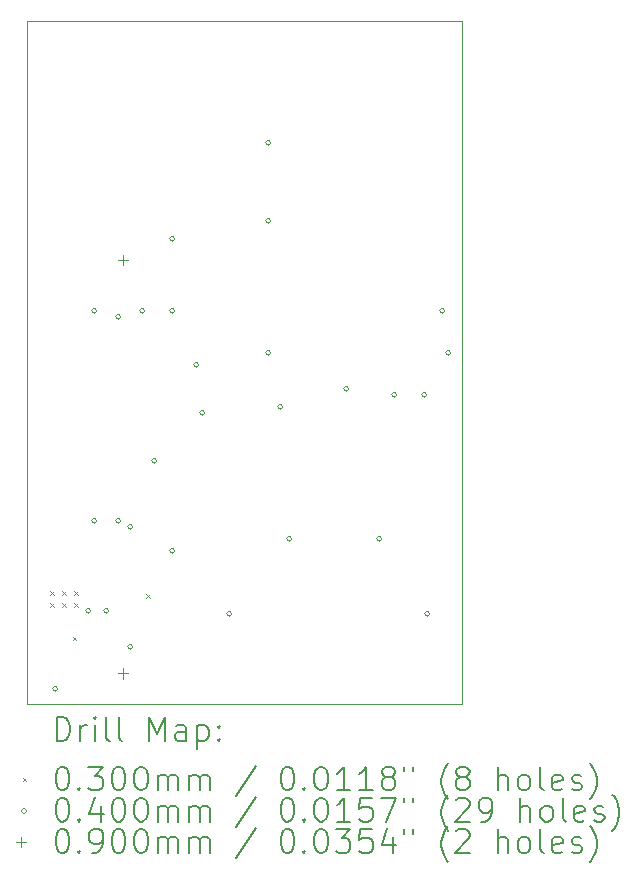
<source format=gbr>
%FSLAX45Y45*%
G04 Gerber Fmt 4.5, Leading zero omitted, Abs format (unit mm)*
G04 Created by KiCad (PCBNEW 6.0.0-d3dd2cf0fa~116~ubuntu20.04.1) date 2022-01-26 23:04:27*
%MOMM*%
%LPD*%
G01*
G04 APERTURE LIST*
%TA.AperFunction,Profile*%
%ADD10C,0.050000*%
%TD*%
%ADD11C,0.200000*%
%ADD12C,0.030000*%
%ADD13C,0.040000*%
%ADD14C,0.090000*%
G04 APERTURE END LIST*
D10*
X11112500Y-9334500D02*
X14795500Y-9334500D01*
X14795500Y-9334500D02*
X14795500Y-15113000D01*
X14795500Y-15113000D02*
X11112500Y-15113000D01*
X11112500Y-15113000D02*
X11112500Y-9334500D01*
D11*
D12*
X11313400Y-14158200D02*
X11343400Y-14188200D01*
X11343400Y-14158200D02*
X11313400Y-14188200D01*
X11313400Y-14259800D02*
X11343400Y-14289800D01*
X11343400Y-14259800D02*
X11313400Y-14289800D01*
X11415000Y-14158200D02*
X11445000Y-14188200D01*
X11445000Y-14158200D02*
X11415000Y-14188200D01*
X11415000Y-14259800D02*
X11445000Y-14289800D01*
X11445000Y-14259800D02*
X11415000Y-14289800D01*
X11503900Y-14544280D02*
X11533900Y-14574280D01*
X11533900Y-14544280D02*
X11503900Y-14574280D01*
X11516600Y-14158200D02*
X11546600Y-14188200D01*
X11546600Y-14158200D02*
X11516600Y-14188200D01*
X11516600Y-14259800D02*
X11546600Y-14289800D01*
X11546600Y-14259800D02*
X11516600Y-14289800D01*
X12126200Y-14183600D02*
X12156200Y-14213600D01*
X12156200Y-14183600D02*
X12126200Y-14213600D01*
D13*
X11373800Y-14986000D02*
G75*
G03*
X11373800Y-14986000I-20000J0D01*
G01*
X11653200Y-14325600D02*
G75*
G03*
X11653200Y-14325600I-20000J0D01*
G01*
X11704000Y-11785600D02*
G75*
G03*
X11704000Y-11785600I-20000J0D01*
G01*
X11704000Y-13563600D02*
G75*
G03*
X11704000Y-13563600I-20000J0D01*
G01*
X11805600Y-14325600D02*
G75*
G03*
X11805600Y-14325600I-20000J0D01*
G01*
X11907200Y-11836400D02*
G75*
G03*
X11907200Y-11836400I-20000J0D01*
G01*
X11907200Y-13563600D02*
G75*
G03*
X11907200Y-13563600I-20000J0D01*
G01*
X12008800Y-13614400D02*
G75*
G03*
X12008800Y-13614400I-20000J0D01*
G01*
X12008800Y-14630400D02*
G75*
G03*
X12008800Y-14630400I-20000J0D01*
G01*
X12110400Y-11785600D02*
G75*
G03*
X12110400Y-11785600I-20000J0D01*
G01*
X12212000Y-13055600D02*
G75*
G03*
X12212000Y-13055600I-20000J0D01*
G01*
X12364400Y-11176000D02*
G75*
G03*
X12364400Y-11176000I-20000J0D01*
G01*
X12364400Y-11785600D02*
G75*
G03*
X12364400Y-11785600I-20000J0D01*
G01*
X12364400Y-13817600D02*
G75*
G03*
X12364400Y-13817600I-20000J0D01*
G01*
X12567600Y-12242800D02*
G75*
G03*
X12567600Y-12242800I-20000J0D01*
G01*
X12618400Y-12649200D02*
G75*
G03*
X12618400Y-12649200I-20000J0D01*
G01*
X12847000Y-14351000D02*
G75*
G03*
X12847000Y-14351000I-20000J0D01*
G01*
X13177200Y-10363200D02*
G75*
G03*
X13177200Y-10363200I-20000J0D01*
G01*
X13177200Y-11023600D02*
G75*
G03*
X13177200Y-11023600I-20000J0D01*
G01*
X13177200Y-12141200D02*
G75*
G03*
X13177200Y-12141200I-20000J0D01*
G01*
X13278800Y-12598400D02*
G75*
G03*
X13278800Y-12598400I-20000J0D01*
G01*
X13355000Y-13716000D02*
G75*
G03*
X13355000Y-13716000I-20000J0D01*
G01*
X13837600Y-12446000D02*
G75*
G03*
X13837600Y-12446000I-20000J0D01*
G01*
X14117000Y-13716000D02*
G75*
G03*
X14117000Y-13716000I-20000J0D01*
G01*
X14244000Y-12496800D02*
G75*
G03*
X14244000Y-12496800I-20000J0D01*
G01*
X14498000Y-12496800D02*
G75*
G03*
X14498000Y-12496800I-20000J0D01*
G01*
X14523400Y-14351000D02*
G75*
G03*
X14523400Y-14351000I-20000J0D01*
G01*
X14650400Y-11785600D02*
G75*
G03*
X14650400Y-11785600I-20000J0D01*
G01*
X14701200Y-12141200D02*
G75*
G03*
X14701200Y-12141200I-20000J0D01*
G01*
D14*
X11928000Y-11310000D02*
X11928000Y-11400000D01*
X11883000Y-11355000D02*
X11973000Y-11355000D01*
X11928000Y-14810000D02*
X11928000Y-14900000D01*
X11883000Y-14855000D02*
X11973000Y-14855000D01*
D11*
X11367619Y-15425976D02*
X11367619Y-15225976D01*
X11415238Y-15225976D01*
X11443809Y-15235500D01*
X11462857Y-15254548D01*
X11472381Y-15273595D01*
X11481905Y-15311690D01*
X11481905Y-15340262D01*
X11472381Y-15378357D01*
X11462857Y-15397405D01*
X11443809Y-15416452D01*
X11415238Y-15425976D01*
X11367619Y-15425976D01*
X11567619Y-15425976D02*
X11567619Y-15292643D01*
X11567619Y-15330738D02*
X11577143Y-15311690D01*
X11586667Y-15302167D01*
X11605714Y-15292643D01*
X11624762Y-15292643D01*
X11691428Y-15425976D02*
X11691428Y-15292643D01*
X11691428Y-15225976D02*
X11681905Y-15235500D01*
X11691428Y-15245024D01*
X11700952Y-15235500D01*
X11691428Y-15225976D01*
X11691428Y-15245024D01*
X11815238Y-15425976D02*
X11796190Y-15416452D01*
X11786667Y-15397405D01*
X11786667Y-15225976D01*
X11920000Y-15425976D02*
X11900952Y-15416452D01*
X11891428Y-15397405D01*
X11891428Y-15225976D01*
X12148571Y-15425976D02*
X12148571Y-15225976D01*
X12215238Y-15368833D01*
X12281905Y-15225976D01*
X12281905Y-15425976D01*
X12462857Y-15425976D02*
X12462857Y-15321214D01*
X12453333Y-15302167D01*
X12434286Y-15292643D01*
X12396190Y-15292643D01*
X12377143Y-15302167D01*
X12462857Y-15416452D02*
X12443809Y-15425976D01*
X12396190Y-15425976D01*
X12377143Y-15416452D01*
X12367619Y-15397405D01*
X12367619Y-15378357D01*
X12377143Y-15359309D01*
X12396190Y-15349786D01*
X12443809Y-15349786D01*
X12462857Y-15340262D01*
X12558095Y-15292643D02*
X12558095Y-15492643D01*
X12558095Y-15302167D02*
X12577143Y-15292643D01*
X12615238Y-15292643D01*
X12634286Y-15302167D01*
X12643809Y-15311690D01*
X12653333Y-15330738D01*
X12653333Y-15387881D01*
X12643809Y-15406928D01*
X12634286Y-15416452D01*
X12615238Y-15425976D01*
X12577143Y-15425976D01*
X12558095Y-15416452D01*
X12739048Y-15406928D02*
X12748571Y-15416452D01*
X12739048Y-15425976D01*
X12729524Y-15416452D01*
X12739048Y-15406928D01*
X12739048Y-15425976D01*
X12739048Y-15302167D02*
X12748571Y-15311690D01*
X12739048Y-15321214D01*
X12729524Y-15311690D01*
X12739048Y-15302167D01*
X12739048Y-15321214D01*
D12*
X11080000Y-15740500D02*
X11110000Y-15770500D01*
X11110000Y-15740500D02*
X11080000Y-15770500D01*
D11*
X11405714Y-15645976D02*
X11424762Y-15645976D01*
X11443809Y-15655500D01*
X11453333Y-15665024D01*
X11462857Y-15684071D01*
X11472381Y-15722167D01*
X11472381Y-15769786D01*
X11462857Y-15807881D01*
X11453333Y-15826928D01*
X11443809Y-15836452D01*
X11424762Y-15845976D01*
X11405714Y-15845976D01*
X11386667Y-15836452D01*
X11377143Y-15826928D01*
X11367619Y-15807881D01*
X11358095Y-15769786D01*
X11358095Y-15722167D01*
X11367619Y-15684071D01*
X11377143Y-15665024D01*
X11386667Y-15655500D01*
X11405714Y-15645976D01*
X11558095Y-15826928D02*
X11567619Y-15836452D01*
X11558095Y-15845976D01*
X11548571Y-15836452D01*
X11558095Y-15826928D01*
X11558095Y-15845976D01*
X11634286Y-15645976D02*
X11758095Y-15645976D01*
X11691428Y-15722167D01*
X11720000Y-15722167D01*
X11739048Y-15731690D01*
X11748571Y-15741214D01*
X11758095Y-15760262D01*
X11758095Y-15807881D01*
X11748571Y-15826928D01*
X11739048Y-15836452D01*
X11720000Y-15845976D01*
X11662857Y-15845976D01*
X11643809Y-15836452D01*
X11634286Y-15826928D01*
X11881905Y-15645976D02*
X11900952Y-15645976D01*
X11920000Y-15655500D01*
X11929524Y-15665024D01*
X11939048Y-15684071D01*
X11948571Y-15722167D01*
X11948571Y-15769786D01*
X11939048Y-15807881D01*
X11929524Y-15826928D01*
X11920000Y-15836452D01*
X11900952Y-15845976D01*
X11881905Y-15845976D01*
X11862857Y-15836452D01*
X11853333Y-15826928D01*
X11843809Y-15807881D01*
X11834286Y-15769786D01*
X11834286Y-15722167D01*
X11843809Y-15684071D01*
X11853333Y-15665024D01*
X11862857Y-15655500D01*
X11881905Y-15645976D01*
X12072381Y-15645976D02*
X12091428Y-15645976D01*
X12110476Y-15655500D01*
X12120000Y-15665024D01*
X12129524Y-15684071D01*
X12139048Y-15722167D01*
X12139048Y-15769786D01*
X12129524Y-15807881D01*
X12120000Y-15826928D01*
X12110476Y-15836452D01*
X12091428Y-15845976D01*
X12072381Y-15845976D01*
X12053333Y-15836452D01*
X12043809Y-15826928D01*
X12034286Y-15807881D01*
X12024762Y-15769786D01*
X12024762Y-15722167D01*
X12034286Y-15684071D01*
X12043809Y-15665024D01*
X12053333Y-15655500D01*
X12072381Y-15645976D01*
X12224762Y-15845976D02*
X12224762Y-15712643D01*
X12224762Y-15731690D02*
X12234286Y-15722167D01*
X12253333Y-15712643D01*
X12281905Y-15712643D01*
X12300952Y-15722167D01*
X12310476Y-15741214D01*
X12310476Y-15845976D01*
X12310476Y-15741214D02*
X12320000Y-15722167D01*
X12339048Y-15712643D01*
X12367619Y-15712643D01*
X12386667Y-15722167D01*
X12396190Y-15741214D01*
X12396190Y-15845976D01*
X12491428Y-15845976D02*
X12491428Y-15712643D01*
X12491428Y-15731690D02*
X12500952Y-15722167D01*
X12520000Y-15712643D01*
X12548571Y-15712643D01*
X12567619Y-15722167D01*
X12577143Y-15741214D01*
X12577143Y-15845976D01*
X12577143Y-15741214D02*
X12586667Y-15722167D01*
X12605714Y-15712643D01*
X12634286Y-15712643D01*
X12653333Y-15722167D01*
X12662857Y-15741214D01*
X12662857Y-15845976D01*
X13053333Y-15636452D02*
X12881905Y-15893595D01*
X13310476Y-15645976D02*
X13329524Y-15645976D01*
X13348571Y-15655500D01*
X13358095Y-15665024D01*
X13367619Y-15684071D01*
X13377143Y-15722167D01*
X13377143Y-15769786D01*
X13367619Y-15807881D01*
X13358095Y-15826928D01*
X13348571Y-15836452D01*
X13329524Y-15845976D01*
X13310476Y-15845976D01*
X13291428Y-15836452D01*
X13281905Y-15826928D01*
X13272381Y-15807881D01*
X13262857Y-15769786D01*
X13262857Y-15722167D01*
X13272381Y-15684071D01*
X13281905Y-15665024D01*
X13291428Y-15655500D01*
X13310476Y-15645976D01*
X13462857Y-15826928D02*
X13472381Y-15836452D01*
X13462857Y-15845976D01*
X13453333Y-15836452D01*
X13462857Y-15826928D01*
X13462857Y-15845976D01*
X13596190Y-15645976D02*
X13615238Y-15645976D01*
X13634286Y-15655500D01*
X13643809Y-15665024D01*
X13653333Y-15684071D01*
X13662857Y-15722167D01*
X13662857Y-15769786D01*
X13653333Y-15807881D01*
X13643809Y-15826928D01*
X13634286Y-15836452D01*
X13615238Y-15845976D01*
X13596190Y-15845976D01*
X13577143Y-15836452D01*
X13567619Y-15826928D01*
X13558095Y-15807881D01*
X13548571Y-15769786D01*
X13548571Y-15722167D01*
X13558095Y-15684071D01*
X13567619Y-15665024D01*
X13577143Y-15655500D01*
X13596190Y-15645976D01*
X13853333Y-15845976D02*
X13739048Y-15845976D01*
X13796190Y-15845976D02*
X13796190Y-15645976D01*
X13777143Y-15674548D01*
X13758095Y-15693595D01*
X13739048Y-15703119D01*
X14043809Y-15845976D02*
X13929524Y-15845976D01*
X13986667Y-15845976D02*
X13986667Y-15645976D01*
X13967619Y-15674548D01*
X13948571Y-15693595D01*
X13929524Y-15703119D01*
X14158095Y-15731690D02*
X14139048Y-15722167D01*
X14129524Y-15712643D01*
X14120000Y-15693595D01*
X14120000Y-15684071D01*
X14129524Y-15665024D01*
X14139048Y-15655500D01*
X14158095Y-15645976D01*
X14196190Y-15645976D01*
X14215238Y-15655500D01*
X14224762Y-15665024D01*
X14234286Y-15684071D01*
X14234286Y-15693595D01*
X14224762Y-15712643D01*
X14215238Y-15722167D01*
X14196190Y-15731690D01*
X14158095Y-15731690D01*
X14139048Y-15741214D01*
X14129524Y-15750738D01*
X14120000Y-15769786D01*
X14120000Y-15807881D01*
X14129524Y-15826928D01*
X14139048Y-15836452D01*
X14158095Y-15845976D01*
X14196190Y-15845976D01*
X14215238Y-15836452D01*
X14224762Y-15826928D01*
X14234286Y-15807881D01*
X14234286Y-15769786D01*
X14224762Y-15750738D01*
X14215238Y-15741214D01*
X14196190Y-15731690D01*
X14310476Y-15645976D02*
X14310476Y-15684071D01*
X14386667Y-15645976D02*
X14386667Y-15684071D01*
X14681905Y-15922167D02*
X14672381Y-15912643D01*
X14653333Y-15884071D01*
X14643809Y-15865024D01*
X14634286Y-15836452D01*
X14624762Y-15788833D01*
X14624762Y-15750738D01*
X14634286Y-15703119D01*
X14643809Y-15674548D01*
X14653333Y-15655500D01*
X14672381Y-15626928D01*
X14681905Y-15617405D01*
X14786667Y-15731690D02*
X14767619Y-15722167D01*
X14758095Y-15712643D01*
X14748571Y-15693595D01*
X14748571Y-15684071D01*
X14758095Y-15665024D01*
X14767619Y-15655500D01*
X14786667Y-15645976D01*
X14824762Y-15645976D01*
X14843809Y-15655500D01*
X14853333Y-15665024D01*
X14862857Y-15684071D01*
X14862857Y-15693595D01*
X14853333Y-15712643D01*
X14843809Y-15722167D01*
X14824762Y-15731690D01*
X14786667Y-15731690D01*
X14767619Y-15741214D01*
X14758095Y-15750738D01*
X14748571Y-15769786D01*
X14748571Y-15807881D01*
X14758095Y-15826928D01*
X14767619Y-15836452D01*
X14786667Y-15845976D01*
X14824762Y-15845976D01*
X14843809Y-15836452D01*
X14853333Y-15826928D01*
X14862857Y-15807881D01*
X14862857Y-15769786D01*
X14853333Y-15750738D01*
X14843809Y-15741214D01*
X14824762Y-15731690D01*
X15100952Y-15845976D02*
X15100952Y-15645976D01*
X15186667Y-15845976D02*
X15186667Y-15741214D01*
X15177143Y-15722167D01*
X15158095Y-15712643D01*
X15129524Y-15712643D01*
X15110476Y-15722167D01*
X15100952Y-15731690D01*
X15310476Y-15845976D02*
X15291428Y-15836452D01*
X15281905Y-15826928D01*
X15272381Y-15807881D01*
X15272381Y-15750738D01*
X15281905Y-15731690D01*
X15291428Y-15722167D01*
X15310476Y-15712643D01*
X15339048Y-15712643D01*
X15358095Y-15722167D01*
X15367619Y-15731690D01*
X15377143Y-15750738D01*
X15377143Y-15807881D01*
X15367619Y-15826928D01*
X15358095Y-15836452D01*
X15339048Y-15845976D01*
X15310476Y-15845976D01*
X15491428Y-15845976D02*
X15472381Y-15836452D01*
X15462857Y-15817405D01*
X15462857Y-15645976D01*
X15643809Y-15836452D02*
X15624762Y-15845976D01*
X15586667Y-15845976D01*
X15567619Y-15836452D01*
X15558095Y-15817405D01*
X15558095Y-15741214D01*
X15567619Y-15722167D01*
X15586667Y-15712643D01*
X15624762Y-15712643D01*
X15643809Y-15722167D01*
X15653333Y-15741214D01*
X15653333Y-15760262D01*
X15558095Y-15779309D01*
X15729524Y-15836452D02*
X15748571Y-15845976D01*
X15786667Y-15845976D01*
X15805714Y-15836452D01*
X15815238Y-15817405D01*
X15815238Y-15807881D01*
X15805714Y-15788833D01*
X15786667Y-15779309D01*
X15758095Y-15779309D01*
X15739048Y-15769786D01*
X15729524Y-15750738D01*
X15729524Y-15741214D01*
X15739048Y-15722167D01*
X15758095Y-15712643D01*
X15786667Y-15712643D01*
X15805714Y-15722167D01*
X15881905Y-15922167D02*
X15891428Y-15912643D01*
X15910476Y-15884071D01*
X15920000Y-15865024D01*
X15929524Y-15836452D01*
X15939048Y-15788833D01*
X15939048Y-15750738D01*
X15929524Y-15703119D01*
X15920000Y-15674548D01*
X15910476Y-15655500D01*
X15891428Y-15626928D01*
X15881905Y-15617405D01*
D13*
X11110000Y-16019500D02*
G75*
G03*
X11110000Y-16019500I-20000J0D01*
G01*
D11*
X11405714Y-15909976D02*
X11424762Y-15909976D01*
X11443809Y-15919500D01*
X11453333Y-15929024D01*
X11462857Y-15948071D01*
X11472381Y-15986167D01*
X11472381Y-16033786D01*
X11462857Y-16071881D01*
X11453333Y-16090928D01*
X11443809Y-16100452D01*
X11424762Y-16109976D01*
X11405714Y-16109976D01*
X11386667Y-16100452D01*
X11377143Y-16090928D01*
X11367619Y-16071881D01*
X11358095Y-16033786D01*
X11358095Y-15986167D01*
X11367619Y-15948071D01*
X11377143Y-15929024D01*
X11386667Y-15919500D01*
X11405714Y-15909976D01*
X11558095Y-16090928D02*
X11567619Y-16100452D01*
X11558095Y-16109976D01*
X11548571Y-16100452D01*
X11558095Y-16090928D01*
X11558095Y-16109976D01*
X11739048Y-15976643D02*
X11739048Y-16109976D01*
X11691428Y-15900452D02*
X11643809Y-16043309D01*
X11767619Y-16043309D01*
X11881905Y-15909976D02*
X11900952Y-15909976D01*
X11920000Y-15919500D01*
X11929524Y-15929024D01*
X11939048Y-15948071D01*
X11948571Y-15986167D01*
X11948571Y-16033786D01*
X11939048Y-16071881D01*
X11929524Y-16090928D01*
X11920000Y-16100452D01*
X11900952Y-16109976D01*
X11881905Y-16109976D01*
X11862857Y-16100452D01*
X11853333Y-16090928D01*
X11843809Y-16071881D01*
X11834286Y-16033786D01*
X11834286Y-15986167D01*
X11843809Y-15948071D01*
X11853333Y-15929024D01*
X11862857Y-15919500D01*
X11881905Y-15909976D01*
X12072381Y-15909976D02*
X12091428Y-15909976D01*
X12110476Y-15919500D01*
X12120000Y-15929024D01*
X12129524Y-15948071D01*
X12139048Y-15986167D01*
X12139048Y-16033786D01*
X12129524Y-16071881D01*
X12120000Y-16090928D01*
X12110476Y-16100452D01*
X12091428Y-16109976D01*
X12072381Y-16109976D01*
X12053333Y-16100452D01*
X12043809Y-16090928D01*
X12034286Y-16071881D01*
X12024762Y-16033786D01*
X12024762Y-15986167D01*
X12034286Y-15948071D01*
X12043809Y-15929024D01*
X12053333Y-15919500D01*
X12072381Y-15909976D01*
X12224762Y-16109976D02*
X12224762Y-15976643D01*
X12224762Y-15995690D02*
X12234286Y-15986167D01*
X12253333Y-15976643D01*
X12281905Y-15976643D01*
X12300952Y-15986167D01*
X12310476Y-16005214D01*
X12310476Y-16109976D01*
X12310476Y-16005214D02*
X12320000Y-15986167D01*
X12339048Y-15976643D01*
X12367619Y-15976643D01*
X12386667Y-15986167D01*
X12396190Y-16005214D01*
X12396190Y-16109976D01*
X12491428Y-16109976D02*
X12491428Y-15976643D01*
X12491428Y-15995690D02*
X12500952Y-15986167D01*
X12520000Y-15976643D01*
X12548571Y-15976643D01*
X12567619Y-15986167D01*
X12577143Y-16005214D01*
X12577143Y-16109976D01*
X12577143Y-16005214D02*
X12586667Y-15986167D01*
X12605714Y-15976643D01*
X12634286Y-15976643D01*
X12653333Y-15986167D01*
X12662857Y-16005214D01*
X12662857Y-16109976D01*
X13053333Y-15900452D02*
X12881905Y-16157595D01*
X13310476Y-15909976D02*
X13329524Y-15909976D01*
X13348571Y-15919500D01*
X13358095Y-15929024D01*
X13367619Y-15948071D01*
X13377143Y-15986167D01*
X13377143Y-16033786D01*
X13367619Y-16071881D01*
X13358095Y-16090928D01*
X13348571Y-16100452D01*
X13329524Y-16109976D01*
X13310476Y-16109976D01*
X13291428Y-16100452D01*
X13281905Y-16090928D01*
X13272381Y-16071881D01*
X13262857Y-16033786D01*
X13262857Y-15986167D01*
X13272381Y-15948071D01*
X13281905Y-15929024D01*
X13291428Y-15919500D01*
X13310476Y-15909976D01*
X13462857Y-16090928D02*
X13472381Y-16100452D01*
X13462857Y-16109976D01*
X13453333Y-16100452D01*
X13462857Y-16090928D01*
X13462857Y-16109976D01*
X13596190Y-15909976D02*
X13615238Y-15909976D01*
X13634286Y-15919500D01*
X13643809Y-15929024D01*
X13653333Y-15948071D01*
X13662857Y-15986167D01*
X13662857Y-16033786D01*
X13653333Y-16071881D01*
X13643809Y-16090928D01*
X13634286Y-16100452D01*
X13615238Y-16109976D01*
X13596190Y-16109976D01*
X13577143Y-16100452D01*
X13567619Y-16090928D01*
X13558095Y-16071881D01*
X13548571Y-16033786D01*
X13548571Y-15986167D01*
X13558095Y-15948071D01*
X13567619Y-15929024D01*
X13577143Y-15919500D01*
X13596190Y-15909976D01*
X13853333Y-16109976D02*
X13739048Y-16109976D01*
X13796190Y-16109976D02*
X13796190Y-15909976D01*
X13777143Y-15938548D01*
X13758095Y-15957595D01*
X13739048Y-15967119D01*
X14034286Y-15909976D02*
X13939048Y-15909976D01*
X13929524Y-16005214D01*
X13939048Y-15995690D01*
X13958095Y-15986167D01*
X14005714Y-15986167D01*
X14024762Y-15995690D01*
X14034286Y-16005214D01*
X14043809Y-16024262D01*
X14043809Y-16071881D01*
X14034286Y-16090928D01*
X14024762Y-16100452D01*
X14005714Y-16109976D01*
X13958095Y-16109976D01*
X13939048Y-16100452D01*
X13929524Y-16090928D01*
X14110476Y-15909976D02*
X14243809Y-15909976D01*
X14158095Y-16109976D01*
X14310476Y-15909976D02*
X14310476Y-15948071D01*
X14386667Y-15909976D02*
X14386667Y-15948071D01*
X14681905Y-16186167D02*
X14672381Y-16176643D01*
X14653333Y-16148071D01*
X14643809Y-16129024D01*
X14634286Y-16100452D01*
X14624762Y-16052833D01*
X14624762Y-16014738D01*
X14634286Y-15967119D01*
X14643809Y-15938548D01*
X14653333Y-15919500D01*
X14672381Y-15890928D01*
X14681905Y-15881405D01*
X14748571Y-15929024D02*
X14758095Y-15919500D01*
X14777143Y-15909976D01*
X14824762Y-15909976D01*
X14843809Y-15919500D01*
X14853333Y-15929024D01*
X14862857Y-15948071D01*
X14862857Y-15967119D01*
X14853333Y-15995690D01*
X14739048Y-16109976D01*
X14862857Y-16109976D01*
X14958095Y-16109976D02*
X14996190Y-16109976D01*
X15015238Y-16100452D01*
X15024762Y-16090928D01*
X15043809Y-16062357D01*
X15053333Y-16024262D01*
X15053333Y-15948071D01*
X15043809Y-15929024D01*
X15034286Y-15919500D01*
X15015238Y-15909976D01*
X14977143Y-15909976D01*
X14958095Y-15919500D01*
X14948571Y-15929024D01*
X14939048Y-15948071D01*
X14939048Y-15995690D01*
X14948571Y-16014738D01*
X14958095Y-16024262D01*
X14977143Y-16033786D01*
X15015238Y-16033786D01*
X15034286Y-16024262D01*
X15043809Y-16014738D01*
X15053333Y-15995690D01*
X15291428Y-16109976D02*
X15291428Y-15909976D01*
X15377143Y-16109976D02*
X15377143Y-16005214D01*
X15367619Y-15986167D01*
X15348571Y-15976643D01*
X15320000Y-15976643D01*
X15300952Y-15986167D01*
X15291428Y-15995690D01*
X15500952Y-16109976D02*
X15481905Y-16100452D01*
X15472381Y-16090928D01*
X15462857Y-16071881D01*
X15462857Y-16014738D01*
X15472381Y-15995690D01*
X15481905Y-15986167D01*
X15500952Y-15976643D01*
X15529524Y-15976643D01*
X15548571Y-15986167D01*
X15558095Y-15995690D01*
X15567619Y-16014738D01*
X15567619Y-16071881D01*
X15558095Y-16090928D01*
X15548571Y-16100452D01*
X15529524Y-16109976D01*
X15500952Y-16109976D01*
X15681905Y-16109976D02*
X15662857Y-16100452D01*
X15653333Y-16081405D01*
X15653333Y-15909976D01*
X15834286Y-16100452D02*
X15815238Y-16109976D01*
X15777143Y-16109976D01*
X15758095Y-16100452D01*
X15748571Y-16081405D01*
X15748571Y-16005214D01*
X15758095Y-15986167D01*
X15777143Y-15976643D01*
X15815238Y-15976643D01*
X15834286Y-15986167D01*
X15843809Y-16005214D01*
X15843809Y-16024262D01*
X15748571Y-16043309D01*
X15920000Y-16100452D02*
X15939048Y-16109976D01*
X15977143Y-16109976D01*
X15996190Y-16100452D01*
X16005714Y-16081405D01*
X16005714Y-16071881D01*
X15996190Y-16052833D01*
X15977143Y-16043309D01*
X15948571Y-16043309D01*
X15929524Y-16033786D01*
X15920000Y-16014738D01*
X15920000Y-16005214D01*
X15929524Y-15986167D01*
X15948571Y-15976643D01*
X15977143Y-15976643D01*
X15996190Y-15986167D01*
X16072381Y-16186167D02*
X16081905Y-16176643D01*
X16100952Y-16148071D01*
X16110476Y-16129024D01*
X16120000Y-16100452D01*
X16129524Y-16052833D01*
X16129524Y-16014738D01*
X16120000Y-15967119D01*
X16110476Y-15938548D01*
X16100952Y-15919500D01*
X16081905Y-15890928D01*
X16072381Y-15881405D01*
D14*
X11065000Y-16238500D02*
X11065000Y-16328500D01*
X11020000Y-16283500D02*
X11110000Y-16283500D01*
D11*
X11405714Y-16173976D02*
X11424762Y-16173976D01*
X11443809Y-16183500D01*
X11453333Y-16193024D01*
X11462857Y-16212071D01*
X11472381Y-16250167D01*
X11472381Y-16297786D01*
X11462857Y-16335881D01*
X11453333Y-16354928D01*
X11443809Y-16364452D01*
X11424762Y-16373976D01*
X11405714Y-16373976D01*
X11386667Y-16364452D01*
X11377143Y-16354928D01*
X11367619Y-16335881D01*
X11358095Y-16297786D01*
X11358095Y-16250167D01*
X11367619Y-16212071D01*
X11377143Y-16193024D01*
X11386667Y-16183500D01*
X11405714Y-16173976D01*
X11558095Y-16354928D02*
X11567619Y-16364452D01*
X11558095Y-16373976D01*
X11548571Y-16364452D01*
X11558095Y-16354928D01*
X11558095Y-16373976D01*
X11662857Y-16373976D02*
X11700952Y-16373976D01*
X11720000Y-16364452D01*
X11729524Y-16354928D01*
X11748571Y-16326357D01*
X11758095Y-16288262D01*
X11758095Y-16212071D01*
X11748571Y-16193024D01*
X11739048Y-16183500D01*
X11720000Y-16173976D01*
X11681905Y-16173976D01*
X11662857Y-16183500D01*
X11653333Y-16193024D01*
X11643809Y-16212071D01*
X11643809Y-16259690D01*
X11653333Y-16278738D01*
X11662857Y-16288262D01*
X11681905Y-16297786D01*
X11720000Y-16297786D01*
X11739048Y-16288262D01*
X11748571Y-16278738D01*
X11758095Y-16259690D01*
X11881905Y-16173976D02*
X11900952Y-16173976D01*
X11920000Y-16183500D01*
X11929524Y-16193024D01*
X11939048Y-16212071D01*
X11948571Y-16250167D01*
X11948571Y-16297786D01*
X11939048Y-16335881D01*
X11929524Y-16354928D01*
X11920000Y-16364452D01*
X11900952Y-16373976D01*
X11881905Y-16373976D01*
X11862857Y-16364452D01*
X11853333Y-16354928D01*
X11843809Y-16335881D01*
X11834286Y-16297786D01*
X11834286Y-16250167D01*
X11843809Y-16212071D01*
X11853333Y-16193024D01*
X11862857Y-16183500D01*
X11881905Y-16173976D01*
X12072381Y-16173976D02*
X12091428Y-16173976D01*
X12110476Y-16183500D01*
X12120000Y-16193024D01*
X12129524Y-16212071D01*
X12139048Y-16250167D01*
X12139048Y-16297786D01*
X12129524Y-16335881D01*
X12120000Y-16354928D01*
X12110476Y-16364452D01*
X12091428Y-16373976D01*
X12072381Y-16373976D01*
X12053333Y-16364452D01*
X12043809Y-16354928D01*
X12034286Y-16335881D01*
X12024762Y-16297786D01*
X12024762Y-16250167D01*
X12034286Y-16212071D01*
X12043809Y-16193024D01*
X12053333Y-16183500D01*
X12072381Y-16173976D01*
X12224762Y-16373976D02*
X12224762Y-16240643D01*
X12224762Y-16259690D02*
X12234286Y-16250167D01*
X12253333Y-16240643D01*
X12281905Y-16240643D01*
X12300952Y-16250167D01*
X12310476Y-16269214D01*
X12310476Y-16373976D01*
X12310476Y-16269214D02*
X12320000Y-16250167D01*
X12339048Y-16240643D01*
X12367619Y-16240643D01*
X12386667Y-16250167D01*
X12396190Y-16269214D01*
X12396190Y-16373976D01*
X12491428Y-16373976D02*
X12491428Y-16240643D01*
X12491428Y-16259690D02*
X12500952Y-16250167D01*
X12520000Y-16240643D01*
X12548571Y-16240643D01*
X12567619Y-16250167D01*
X12577143Y-16269214D01*
X12577143Y-16373976D01*
X12577143Y-16269214D02*
X12586667Y-16250167D01*
X12605714Y-16240643D01*
X12634286Y-16240643D01*
X12653333Y-16250167D01*
X12662857Y-16269214D01*
X12662857Y-16373976D01*
X13053333Y-16164452D02*
X12881905Y-16421595D01*
X13310476Y-16173976D02*
X13329524Y-16173976D01*
X13348571Y-16183500D01*
X13358095Y-16193024D01*
X13367619Y-16212071D01*
X13377143Y-16250167D01*
X13377143Y-16297786D01*
X13367619Y-16335881D01*
X13358095Y-16354928D01*
X13348571Y-16364452D01*
X13329524Y-16373976D01*
X13310476Y-16373976D01*
X13291428Y-16364452D01*
X13281905Y-16354928D01*
X13272381Y-16335881D01*
X13262857Y-16297786D01*
X13262857Y-16250167D01*
X13272381Y-16212071D01*
X13281905Y-16193024D01*
X13291428Y-16183500D01*
X13310476Y-16173976D01*
X13462857Y-16354928D02*
X13472381Y-16364452D01*
X13462857Y-16373976D01*
X13453333Y-16364452D01*
X13462857Y-16354928D01*
X13462857Y-16373976D01*
X13596190Y-16173976D02*
X13615238Y-16173976D01*
X13634286Y-16183500D01*
X13643809Y-16193024D01*
X13653333Y-16212071D01*
X13662857Y-16250167D01*
X13662857Y-16297786D01*
X13653333Y-16335881D01*
X13643809Y-16354928D01*
X13634286Y-16364452D01*
X13615238Y-16373976D01*
X13596190Y-16373976D01*
X13577143Y-16364452D01*
X13567619Y-16354928D01*
X13558095Y-16335881D01*
X13548571Y-16297786D01*
X13548571Y-16250167D01*
X13558095Y-16212071D01*
X13567619Y-16193024D01*
X13577143Y-16183500D01*
X13596190Y-16173976D01*
X13729524Y-16173976D02*
X13853333Y-16173976D01*
X13786667Y-16250167D01*
X13815238Y-16250167D01*
X13834286Y-16259690D01*
X13843809Y-16269214D01*
X13853333Y-16288262D01*
X13853333Y-16335881D01*
X13843809Y-16354928D01*
X13834286Y-16364452D01*
X13815238Y-16373976D01*
X13758095Y-16373976D01*
X13739048Y-16364452D01*
X13729524Y-16354928D01*
X14034286Y-16173976D02*
X13939048Y-16173976D01*
X13929524Y-16269214D01*
X13939048Y-16259690D01*
X13958095Y-16250167D01*
X14005714Y-16250167D01*
X14024762Y-16259690D01*
X14034286Y-16269214D01*
X14043809Y-16288262D01*
X14043809Y-16335881D01*
X14034286Y-16354928D01*
X14024762Y-16364452D01*
X14005714Y-16373976D01*
X13958095Y-16373976D01*
X13939048Y-16364452D01*
X13929524Y-16354928D01*
X14215238Y-16240643D02*
X14215238Y-16373976D01*
X14167619Y-16164452D02*
X14120000Y-16307309D01*
X14243809Y-16307309D01*
X14310476Y-16173976D02*
X14310476Y-16212071D01*
X14386667Y-16173976D02*
X14386667Y-16212071D01*
X14681905Y-16450167D02*
X14672381Y-16440643D01*
X14653333Y-16412071D01*
X14643809Y-16393024D01*
X14634286Y-16364452D01*
X14624762Y-16316833D01*
X14624762Y-16278738D01*
X14634286Y-16231119D01*
X14643809Y-16202548D01*
X14653333Y-16183500D01*
X14672381Y-16154928D01*
X14681905Y-16145405D01*
X14748571Y-16193024D02*
X14758095Y-16183500D01*
X14777143Y-16173976D01*
X14824762Y-16173976D01*
X14843809Y-16183500D01*
X14853333Y-16193024D01*
X14862857Y-16212071D01*
X14862857Y-16231119D01*
X14853333Y-16259690D01*
X14739048Y-16373976D01*
X14862857Y-16373976D01*
X15100952Y-16373976D02*
X15100952Y-16173976D01*
X15186667Y-16373976D02*
X15186667Y-16269214D01*
X15177143Y-16250167D01*
X15158095Y-16240643D01*
X15129524Y-16240643D01*
X15110476Y-16250167D01*
X15100952Y-16259690D01*
X15310476Y-16373976D02*
X15291428Y-16364452D01*
X15281905Y-16354928D01*
X15272381Y-16335881D01*
X15272381Y-16278738D01*
X15281905Y-16259690D01*
X15291428Y-16250167D01*
X15310476Y-16240643D01*
X15339048Y-16240643D01*
X15358095Y-16250167D01*
X15367619Y-16259690D01*
X15377143Y-16278738D01*
X15377143Y-16335881D01*
X15367619Y-16354928D01*
X15358095Y-16364452D01*
X15339048Y-16373976D01*
X15310476Y-16373976D01*
X15491428Y-16373976D02*
X15472381Y-16364452D01*
X15462857Y-16345405D01*
X15462857Y-16173976D01*
X15643809Y-16364452D02*
X15624762Y-16373976D01*
X15586667Y-16373976D01*
X15567619Y-16364452D01*
X15558095Y-16345405D01*
X15558095Y-16269214D01*
X15567619Y-16250167D01*
X15586667Y-16240643D01*
X15624762Y-16240643D01*
X15643809Y-16250167D01*
X15653333Y-16269214D01*
X15653333Y-16288262D01*
X15558095Y-16307309D01*
X15729524Y-16364452D02*
X15748571Y-16373976D01*
X15786667Y-16373976D01*
X15805714Y-16364452D01*
X15815238Y-16345405D01*
X15815238Y-16335881D01*
X15805714Y-16316833D01*
X15786667Y-16307309D01*
X15758095Y-16307309D01*
X15739048Y-16297786D01*
X15729524Y-16278738D01*
X15729524Y-16269214D01*
X15739048Y-16250167D01*
X15758095Y-16240643D01*
X15786667Y-16240643D01*
X15805714Y-16250167D01*
X15881905Y-16450167D02*
X15891428Y-16440643D01*
X15910476Y-16412071D01*
X15920000Y-16393024D01*
X15929524Y-16364452D01*
X15939048Y-16316833D01*
X15939048Y-16278738D01*
X15929524Y-16231119D01*
X15920000Y-16202548D01*
X15910476Y-16183500D01*
X15891428Y-16154928D01*
X15881905Y-16145405D01*
M02*

</source>
